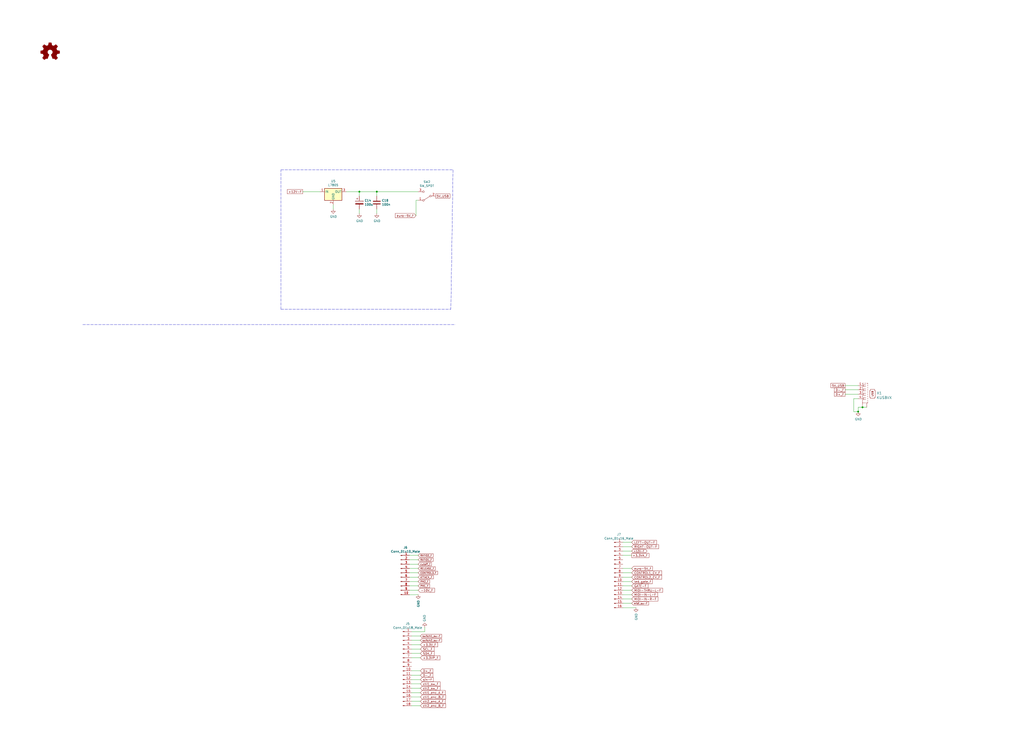
<source format=kicad_sch>
(kicad_sch (version 20211123) (generator eeschema)
  (paper "User" 597.103 436.067)
  (lib_symbols
    (symbol "Connector:Conn_01x10_Male" (pin_names (offset 1.016) hide)
      (property "Reference" "J" (at 0 12.7 0))
      (property "Value" "Conn_01x10_Male" (at 0 -15.24 0))
      (symbol "Conn_01x10_Male_1_1"
        (polyline (pts (xy 1.27 -12.7) (xy 0.8636 -12.7)) (stroke (width 0.1524)))
        (polyline (pts (xy 1.27 -10.16) (xy 0.8636 -10.16)) (stroke (width 0.1524)))
        (polyline (pts (xy 1.27 -7.62) (xy 0.8636 -7.62)) (stroke (width 0.1524)))
        (polyline (pts (xy 1.27 -5.08) (xy 0.8636 -5.08)) (stroke (width 0.1524)))
        (polyline (pts (xy 1.27 -2.54) (xy 0.8636 -2.54)) (stroke (width 0.1524)))
        (polyline (pts (xy 1.27 0) (xy 0.8636 0)) (stroke (width 0.1524)))
        (polyline (pts (xy 1.27 2.54) (xy 0.8636 2.54)) (stroke (width 0.1524)))
        (polyline (pts (xy 1.27 5.08) (xy 0.8636 5.08)) (stroke (width 0.1524)))
        (polyline (pts (xy 1.27 7.62) (xy 0.8636 7.62)) (stroke (width 0.1524)))
        (polyline (pts (xy 1.27 10.16) (xy 0.8636 10.16)) (stroke (width 0.1524)))
        (rectangle (start 0.8636 -12.573) (end 0 -12.827) (stroke (width 0.1524)) (fill (type outline)))
        (rectangle (start 0.8636 -10.033) (end 0 -10.287) (stroke (width 0.1524)) (fill (type outline)))
        (rectangle (start 0.8636 -7.493) (end 0 -7.747) (stroke (width 0.1524)) (fill (type outline)))
        (rectangle (start 0.8636 -4.953) (end 0 -5.207) (stroke (width 0.1524)) (fill (type outline)))
        (rectangle (start 0.8636 -2.413) (end 0 -2.667) (stroke (width 0.1524)) (fill (type outline)))
        (rectangle (start 0.8636 0.127) (end 0 -0.127) (stroke (width 0.1524)) (fill (type outline)))
        (rectangle (start 0.8636 2.667) (end 0 2.413) (stroke (width 0.1524)) (fill (type outline)))
        (rectangle (start 0.8636 5.207) (end 0 4.953) (stroke (width 0.1524)) (fill (type outline)))
        (rectangle (start 0.8636 7.747) (end 0 7.493) (stroke (width 0.1524)) (fill (type outline)))
        (rectangle (start 0.8636 10.287) (end 0 10.033) (stroke (width 0.1524)) (fill (type outline)))
        (pin passive line (at 5.08 10.16 180) (length 3.81) (name "Pin_1") (number "1"))
        (pin passive line (at 5.08 -12.7 180) (length 3.81) (name "Pin_10") (number "10"))
        (pin passive line (at 5.08 7.62 180) (length 3.81) (name "Pin_2") (number "2"))
        (pin passive line (at 5.08 5.08 180) (length 3.81) (name "Pin_3") (number "3"))
        (pin passive line (at 5.08 2.54 180) (length 3.81) (name "Pin_4") (number "4"))
        (pin passive line (at 5.08 0 180) (length 3.81) (name "Pin_5") (number "5"))
        (pin passive line (at 5.08 -2.54 180) (length 3.81) (name "Pin_6") (number "6"))
        (pin passive line (at 5.08 -5.08 180) (length 3.81) (name "Pin_7") (number "7"))
        (pin passive line (at 5.08 -7.62 180) (length 3.81) (name "Pin_8") (number "8"))
        (pin passive line (at 5.08 -10.16 180) (length 3.81) (name "Pin_9") (number "9"))
      )
    )
    (symbol "Connector:Conn_01x16_Male" (pin_names (offset 1.016) hide)
      (property "Reference" "J" (at 0 20.32 0))
      (property "Value" "Conn_01x16_Male" (at 0 -22.86 0))
      (symbol "Conn_01x16_Male_1_1"
        (polyline (pts (xy 1.27 -20.32) (xy 0.8636 -20.32)) (stroke (width 0.1524)))
        (polyline (pts (xy 1.27 -17.78) (xy 0.8636 -17.78)) (stroke (width 0.1524)))
        (polyline (pts (xy 1.27 -15.24) (xy 0.8636 -15.24)) (stroke (width 0.1524)))
        (polyline (pts (xy 1.27 -12.7) (xy 0.8636 -12.7)) (stroke (width 0.1524)))
        (polyline (pts (xy 1.27 -10.16) (xy 0.8636 -10.16)) (stroke (width 0.1524)))
        (polyline (pts (xy 1.27 -7.62) (xy 0.8636 -7.62)) (stroke (width 0.1524)))
        (polyline (pts (xy 1.27 -5.08) (xy 0.8636 -5.08)) (stroke (width 0.1524)))
        (polyline (pts (xy 1.27 -2.54) (xy 0.8636 -2.54)) (stroke (width 0.1524)))
        (polyline (pts (xy 1.27 0) (xy 0.8636 0)) (stroke (width 0.1524)))
        (polyline (pts (xy 1.27 2.54) (xy 0.8636 2.54)) (stroke (width 0.1524)))
        (polyline (pts (xy 1.27 5.08) (xy 0.8636 5.08)) (stroke (width 0.1524)))
        (polyline (pts (xy 1.27 7.62) (xy 0.8636 7.62)) (stroke (width 0.1524)))
        (polyline (pts (xy 1.27 10.16) (xy 0.8636 10.16)) (stroke (width 0.1524)))
        (polyline (pts (xy 1.27 12.7) (xy 0.8636 12.7)) (stroke (width 0.1524)))
        (polyline (pts (xy 1.27 15.24) (xy 0.8636 15.24)) (stroke (width 0.1524)))
        (polyline (pts (xy 1.27 17.78) (xy 0.8636 17.78)) (stroke (width 0.1524)))
        (rectangle (start 0.8636 -20.193) (end 0 -20.447) (stroke (width 0.1524)) (fill (type outline)))
        (rectangle (start 0.8636 -17.653) (end 0 -17.907) (stroke (width 0.1524)) (fill (type outline)))
        (rectangle (start 0.8636 -15.113) (end 0 -15.367) (stroke (width 0.1524)) (fill (type outline)))
        (rectangle (start 0.8636 -12.573) (end 0 -12.827) (stroke (width 0.1524)) (fill (type outline)))
        (rectangle (start 0.8636 -10.033) (end 0 -10.287) (stroke (width 0.1524)) (fill (type outline)))
        (rectangle (start 0.8636 -7.493) (end 0 -7.747) (stroke (width 0.1524)) (fill (type outline)))
        (rectangle (start 0.8636 -4.953) (end 0 -5.207) (stroke (width 0.1524)) (fill (type outline)))
        (rectangle (start 0.8636 -2.413) (end 0 -2.667) (stroke (width 0.1524)) (fill (type outline)))
        (rectangle (start 0.8636 0.127) (end 0 -0.127) (stroke (width 0.1524)) (fill (type outline)))
        (rectangle (start 0.8636 2.667) (end 0 2.413) (stroke (width 0.1524)) (fill (type outline)))
        (rectangle (start 0.8636 5.207) (end 0 4.953) (stroke (width 0.1524)) (fill (type outline)))
        (rectangle (start 0.8636 7.747) (end 0 7.493) (stroke (width 0.1524)) (fill (type outline)))
        (rectangle (start 0.8636 10.287) (end 0 10.033) (stroke (width 0.1524)) (fill (type outline)))
        (rectangle (start 0.8636 12.827) (end 0 12.573) (stroke (width 0.1524)) (fill (type outline)))
        (rectangle (start 0.8636 15.367) (end 0 15.113) (stroke (width 0.1524)) (fill (type outline)))
        (rectangle (start 0.8636 17.907) (end 0 17.653) (stroke (width 0.1524)) (fill (type outline)))
        (pin passive line (at 5.08 17.78 180) (length 3.81) (name "Pin_1") (number "1"))
        (pin passive line (at 5.08 -5.08 180) (length 3.81) (name "Pin_10") (number "10"))
        (pin passive line (at 5.08 -7.62 180) (length 3.81) (name "Pin_11") (number "11"))
        (pin passive line (at 5.08 -10.16 180) (length 3.81) (name "Pin_12") (number "12"))
        (pin passive line (at 5.08 -12.7 180) (length 3.81) (name "Pin_13") (number "13"))
        (pin passive line (at 5.08 -15.24 180) (length 3.81) (name "Pin_14") (number "14"))
        (pin passive line (at 5.08 -17.78 180) (length 3.81) (name "Pin_15") (number "15"))
        (pin passive line (at 5.08 -20.32 180) (length 3.81) (name "Pin_16") (number "16"))
        (pin passive line (at 5.08 15.24 180) (length 3.81) (name "Pin_2") (number "2"))
        (pin passive line (at 5.08 12.7 180) (length 3.81) (name "Pin_3") (number "3"))
        (pin passive line (at 5.08 10.16 180) (length 3.81) (name "Pin_4") (number "4"))
        (pin passive line (at 5.08 7.62 180) (length 3.81) (name "Pin_5") (number "5"))
        (pin passive line (at 5.08 5.08 180) (length 3.81) (name "Pin_6") (number "6"))
        (pin passive line (at 5.08 2.54 180) (length 3.81) (name "Pin_7") (number "7"))
        (pin passive line (at 5.08 0 180) (length 3.81) (name "Pin_8") (number "8"))
        (pin passive line (at 5.08 -2.54 180) (length 3.81) (name "Pin_9") (number "9"))
      )
    )
    (symbol "Connector:Conn_01x18_Male" (pin_names (offset 1.016) hide)
      (property "Reference" "J" (at 0 22.86 0))
      (property "Value" "Conn_01x18_Male" (at 0 -25.4 0))
      (symbol "Conn_01x18_Male_1_1"
        (polyline (pts (xy 1.27 -22.86) (xy 0.8636 -22.86)) (stroke (width 0.1524)))
        (polyline (pts (xy 1.27 -20.32) (xy 0.8636 -20.32)) (stroke (width 0.1524)))
        (polyline (pts (xy 1.27 -17.78) (xy 0.8636 -17.78)) (stroke (width 0.1524)))
        (polyline (pts (xy 1.27 -15.24) (xy 0.8636 -15.24)) (stroke (width 0.1524)))
        (polyline (pts (xy 1.27 -12.7) (xy 0.8636 -12.7)) (stroke (width 0.1524)))
        (polyline (pts (xy 1.27 -10.16) (xy 0.8636 -10.16)) (stroke (width 0.1524)))
        (polyline (pts (xy 1.27 -7.62) (xy 0.8636 -7.62)) (stroke (width 0.1524)))
        (polyline (pts (xy 1.27 -5.08) (xy 0.8636 -5.08)) (stroke (width 0.1524)))
        (polyline (pts (xy 1.27 -2.54) (xy 0.8636 -2.54)) (stroke (width 0.1524)))
        (polyline (pts (xy 1.27 0) (xy 0.8636 0)) (stroke (width 0.1524)))
        (polyline (pts (xy 1.27 2.54) (xy 0.8636 2.54)) (stroke (width 0.1524)))
        (polyline (pts (xy 1.27 5.08) (xy 0.8636 5.08)) (stroke (width 0.1524)))
        (polyline (pts (xy 1.27 7.62) (xy 0.8636 7.62)) (stroke (width 0.1524)))
        (polyline (pts (xy 1.27 10.16) (xy 0.8636 10.16)) (stroke (width 0.1524)))
        (polyline (pts (xy 1.27 12.7) (xy 0.8636 12.7)) (stroke (width 0.1524)))
        (polyline (pts (xy 1.27 15.24) (xy 0.8636 15.24)) (stroke (width 0.1524)))
        (polyline (pts (xy 1.27 17.78) (xy 0.8636 17.78)) (stroke (width 0.1524)))
        (polyline (pts (xy 1.27 20.32) (xy 0.8636 20.32)) (stroke (width 0.1524)))
        (rectangle (start 0.8636 -22.733) (end 0 -22.987) (stroke (width 0.1524)) (fill (type outline)))
        (rectangle (start 0.8636 -20.193) (end 0 -20.447) (stroke (width 0.1524)) (fill (type outline)))
        (rectangle (start 0.8636 -17.653) (end 0 -17.907) (stroke (width 0.1524)) (fill (type outline)))
        (rectangle (start 0.8636 -15.113) (end 0 -15.367) (stroke (width 0.1524)) (fill (type outline)))
        (rectangle (start 0.8636 -12.573) (end 0 -12.827) (stroke (width 0.1524)) (fill (type outline)))
        (rectangle (start 0.8636 -10.033) (end 0 -10.287) (stroke (width 0.1524)) (fill (type outline)))
        (rectangle (start 0.8636 -7.493) (end 0 -7.747) (stroke (width 0.1524)) (fill (type outline)))
        (rectangle (start 0.8636 -4.953) (end 0 -5.207) (stroke (width 0.1524)) (fill (type outline)))
        (rectangle (start 0.8636 -2.413) (end 0 -2.667) (stroke (width 0.1524)) (fill (type outline)))
        (rectangle (start 0.8636 0.127) (end 0 -0.127) (stroke (width 0.1524)) (fill (type outline)))
        (rectangle (start 0.8636 2.667) (end 0 2.413) (stroke (width 0.1524)) (fill (type outline)))
        (rectangle (start 0.8636 5.207) (end 0 4.953) (stroke (width 0.1524)) (fill (type outline)))
        (rectangle (start 0.8636 7.747) (end 0 7.493) (stroke (width 0.1524)) (fill (type outline)))
        (rectangle (start 0.8636 10.287) (end 0 10.033) (stroke (width 0.1524)) (fill (type outline)))
        (rectangle (start 0.8636 12.827) (end 0 12.573) (stroke (width 0.1524)) (fill (type outline)))
        (rectangle (start 0.8636 15.367) (end 0 15.113) (stroke (width 0.1524)) (fill (type outline)))
        (rectangle (start 0.8636 17.907) (end 0 17.653) (stroke (width 0.1524)) (fill (type outline)))
        (rectangle (start 0.8636 20.447) (end 0 20.193) (stroke (width 0.1524)) (fill (type outline)))
        (pin passive line (at 5.08 20.32 180) (length 3.81) (name "Pin_1") (number "1"))
        (pin passive line (at 5.08 -2.54 180) (length 3.81) (name "Pin_10") (number "10"))
        (pin passive line (at 5.08 -5.08 180) (length 3.81) (name "Pin_11") (number "11"))
        (pin passive line (at 5.08 -7.62 180) (length 3.81) (name "Pin_12") (number "12"))
        (pin passive line (at 5.08 -10.16 180) (length 3.81) (name "Pin_13") (number "13"))
        (pin passive line (at 5.08 -12.7 180) (length 3.81) (name "Pin_14") (number "14"))
        (pin passive line (at 5.08 -15.24 180) (length 3.81) (name "Pin_15") (number "15"))
        (pin passive line (at 5.08 -17.78 180) (length 3.81) (name "Pin_16") (number "16"))
        (pin passive line (at 5.08 -20.32 180) (length 3.81) (name "Pin_17") (number "17"))
        (pin passive line (at 5.08 -22.86 180) (length 3.81) (name "Pin_18") (number "18"))
        (pin passive line (at 5.08 17.78 180) (length 3.81) (name "Pin_2") (number "2"))
        (pin passive line (at 5.08 15.24 180) (length 3.81) (name "Pin_3") (number "3"))
        (pin passive line (at 5.08 12.7 180) (length 3.81) (name "Pin_4") (number "4"))
        (pin passive line (at 5.08 10.16 180) (length 3.81) (name "Pin_5") (number "5"))
        (pin passive line (at 5.08 7.62 180) (length 3.81) (name "Pin_6") (number "6"))
        (pin passive line (at 5.08 5.08 180) (length 3.81) (name "Pin_7") (number "7"))
        (pin passive line (at 5.08 2.54 180) (length 3.81) (name "Pin_8") (number "8"))
        (pin passive line (at 5.08 0 180) (length 3.81) (name "Pin_9") (number "9"))
      )
    )
    (symbol "Device:C" (pin_numbers hide) (pin_names (offset 0.254))
      (property "Reference" "C" (at 0.635 2.54 0))
      (property "Value" "C" (at 0.635 -2.54 0))
      (symbol "C_0_1"
        (polyline (pts (xy -2.032 -0.762) (xy 2.032 -0.762)) (stroke (width 0.508)))
        (polyline (pts (xy -2.032 0.762) (xy 2.032 0.762)) (stroke (width 0.508)))
      )
      (symbol "C_1_1"
        (pin passive line (at 0 3.81 270) (length 2.794) (name "~") (number "1"))
        (pin passive line (at 0 -3.81 90) (length 2.794) (name "~") (number "2"))
      )
    )
    (symbol "Device:CP" (pin_numbers hide) (pin_names (offset 0.254))
      (property "Reference" "C" (at 0.635 2.54 0))
      (property "Value" "Device_CP" (at 0.635 -2.54 0))
      (symbol "CP_0_1"
        (rectangle (start -2.286 0.508) (end 2.286 1.016))
        (polyline (pts (xy -1.778 2.286) (xy -0.762 2.286)))
        (polyline (pts (xy -1.27 2.794) (xy -1.27 1.778)))
        (rectangle (start 2.286 -0.508) (end -2.286 -1.016) (fill (type outline)))
      )
      (symbol "CP_1_1"
        (pin passive line (at 0 3.81 270) (length 2.794) (name "~") (number "1"))
        (pin passive line (at 0 -3.81 90) (length 2.794) (name "~") (number "2"))
      )
    )
    (symbol "Graphic:Logo_Open_Hardware_Small" (pin_names (offset 1.016))
      (symbol "Logo_Open_Hardware_Small_0_1"
        (polyline (pts (xy 3.3528 -4.3434) (xy 3.302 -4.318) (xy 3.175 -4.2418) (xy 2.9972 -4.1148) (xy 2.7686 -3.9624) (xy 2.54 -3.81) (xy 2.3622 -3.7084) (xy 2.2352 -3.6068) (xy 2.1844 -3.5814) (xy 2.159 -3.6068) (xy 2.0574 -3.6576) (xy 1.905 -3.7338) (xy 1.8034 -3.7846) (xy 1.6764 -3.8354) (xy 1.6002 -3.8354) (xy 1.6002 -3.8354) (xy 1.5494 -3.7338) (xy 1.4732 -3.5306) (xy 1.3462 -3.302) (xy 1.2446 -3.0226) (xy 1.1176 -2.7178) (xy 0.9652 -2.413) (xy 0.8636 -2.1082) (xy 0.7366 -1.8288) (xy 0.6604 -1.6256) (xy 0.6096 -1.4732) (xy 0.5842 -1.397) (xy 0.5842 -1.397) (xy 0.6604 -1.3208) (xy 0.7874 -1.2446) (xy 1.0414 -1.016) (xy 1.2954 -0.6858) (xy 1.4478 -0.3302) (xy 1.524 0.0762) (xy 1.4732 0.4572) (xy 1.3208 0.8128) (xy 1.0668 1.143) (xy 0.762 1.3716) (xy 0.4064 1.524) (xy 0 1.5748) (xy -0.381 1.5494) (xy -0.7366 1.397) (xy -1.0668 1.143) (xy -1.2192 0.9906) (xy -1.397 0.6604) (xy -1.524 0.3048) (xy -1.524 0.2286) (xy -1.4986 -0.1778) (xy -1.397 -0.5334) (xy -1.1938 -0.8636) (xy -0.9144 -1.143) (xy -0.8636 -1.1684) (xy -0.7366 -1.27) (xy -0.635 -1.3462) (xy -0.5842 -1.397) (xy -1.0668 -2.5908) (xy -1.143 -2.794) (xy -1.2954 -3.1242) (xy -1.397 -3.4036) (xy -1.4986 -3.6322) (xy -1.5748 -3.7846) (xy -1.6002 -3.8354) (xy -1.6002 -3.8354) (xy -1.651 -3.8354) (xy -1.7272 -3.81) (xy -1.905 -3.7338) (xy -2.0066 -3.683) (xy -2.1336 -3.6068) (xy -2.2098 -3.5814) (xy -2.2606 -3.6068) (xy -2.3622 -3.683) (xy -2.54 -3.81) (xy -2.7686 -3.9624) (xy -2.9718 -4.0894) (xy -3.1496 -4.2164) (xy -3.302 -4.318) (xy -3.3528 -4.3434) (xy -3.3782 -4.3434) (xy -3.429 -4.318) (xy -3.5306 -4.2164) (xy -3.7084 -4.064) (xy -3.937 -3.8354) (xy -3.9624 -3.81) (xy -4.1656 -3.6068) (xy -4.318 -3.4544) (xy -4.4196 -3.3274) (xy -4.445 -3.2766) (xy -4.445 -3.2766) (xy -4.4196 -3.2258) (xy -4.318 -3.0734) (xy -4.2164 -2.8956) (xy -4.064 -2.667) (xy -3.6576 -2.0828) (xy -3.8862 -1.5494) (xy -3.937 -1.3716) (xy -4.0386 -1.1684) (xy -4.0894 -1.0414) (xy -4.1148 -0.9652) (xy -4.191 -0.9398) (xy -4.318 -0.9144) (xy -4.5466 -0.8636) (xy -4.8006 -0.8128) (xy -5.0546 -0.7874) (xy -5.2578 -0.7366) (xy -5.4356 -0.7112) (xy -5.5118 -0.6858) (xy -5.5118 -0.6858) (xy -5.5372 -0.635) (xy -5.5372 -0.5588) (xy -5.5372 -0.4318) (xy -5.5626 -0.2286) (xy -5.5626 0.0762) (xy -5.5626 0.127) (xy -5.5372 0.4064) (xy -5.5372 0.635) (xy -5.5372 0.762) (xy -5.5372 0.8382) (xy -5.5372 0.8382) (xy -5.461 0.8382) (xy -5.3086 0.889) (xy -5.08 0.9144) (xy -4.826 0.9652) (xy -4.8006 0.9906) (xy -4.5466 1.0414) (xy -4.318 1.0668) (xy -4.1656 1.1176) (xy -4.0894 1.143) (xy -4.0894 1.143) (xy -4.0386 1.2446) (xy -3.9624 1.4224) (xy -3.8608 1.6256) (xy -3.7846 1.8288) (xy -3.7084 2.0066) (xy -3.6576 2.159) (xy -3.6322 2.2098) (xy -3.6322 2.2098) (xy -3.683 2.286) (xy -3.7592 2.413) (xy -3.8862 2.5908) (xy -4.064 2.8194) (xy -4.064 2.8448) (xy -4.2164 3.0734) (xy -4.3434 3.2512) (xy -4.4196 3.3782) (xy -4.445 3.4544) (xy -4.445 3.4544) (xy -4.3942 3.5052) (xy -4.2926 3.6322) (xy -4.1148 3.81) (xy -3.937 4.0132) (xy -3.8608 4.064) (xy -3.6576 4.2926) (xy -3.5052 4.4196) (xy -3.4036 4.4958) (xy -3.3528 4.5212) (xy -3.3528 4.5212) (xy -3.302 4.4704) (xy -3.1496 4.3688) (xy -2.9718 4.2418) (xy -2.7432 4.0894) (xy -2.7178 4.0894) (xy -2.4892 3.937) (xy -2.3114 3.81) (xy -2.1844 3.7084) (xy -2.1336 3.683) (xy -2.1082 3.683) (xy -2.032 3.7084) (xy -1.8542 3.7592) (xy -1.6764 3.8354) (xy -1.4732 3.937) (xy -1.27 4.0132) (xy -1.143 4.064) (xy -1.0668 4.1148) (xy -1.0668 4.1148) (xy -1.0414 4.191) (xy -1.016 4.3434) (xy -0.9652 4.572) (xy -0.9144 4.8514) (xy -0.889 4.9022) (xy -0.8382 5.1562) (xy -0.8128 5.3848) (xy -0.7874 5.5372) (xy -0.762 5.588) (xy -0.7112 5.6134) (xy -0.5842 5.6134) (xy -0.4064 5.6134) (xy -0.1524 5.6134) (xy 0.0762 5.6134) (xy 0.3302 5.6134) (xy 0.5334 5.6134) (xy 0.6858 5.588) (xy 0.7366 5.588) (xy 0.7366 5.588) (xy 0.762 5.5118) (xy 0.8128 5.334) (xy 0.8382 5.1054) (xy 0.9144 4.826) (xy 0.9144 4.7752) (xy 0.9652 4.5212) (xy 1.016 4.2926) (xy 1.0414 4.1402) (xy 1.0668 4.0894) (xy 1.0668 4.0894) (xy 1.1938 4.0386) (xy 1.3716 3.9624) (xy 1.5748 3.8608) (xy 2.0828 3.6576) (xy 2.7178 4.0894) (xy 2.7686 4.1402) (xy 2.9972 4.2926) (xy 3.175 4.4196) (xy 3.302 4.4958) (xy 3.3782 4.5212) (xy 3.3782 4.5212) (xy 3.429 4.4704) (xy 3.556 4.3434) (xy 3.7338 4.191) (xy 3.9116 3.9878) (xy 4.064 3.8354) (xy 4.2418 3.6576) (xy 4.3434 3.556) (xy 4.4196 3.4798) (xy 4.4196 3.429) (xy 4.4196 3.4036) (xy 4.3942 3.3274) (xy 4.2926 3.2004) (xy 4.1656 2.9972) (xy 4.0132 2.794) (xy 3.8862 2.5908) (xy 3.7592 2.3876) (xy 3.6576 2.2352) (xy 3.6322 2.159) (xy 3.6322 2.1336) (xy 3.683 2.0066) (xy 3.7592 1.8288) (xy 3.8608 1.6002) (xy 4.064 1.1176) (xy 4.3942 1.0414) (xy 4.5974 1.016) (xy 4.8768 0.9652) (xy 5.1308 0.9144) (xy 5.5372 0.8382) (xy 5.5626 -0.6604) (xy 5.4864 -0.6858) (xy 5.4356 -0.6858) (xy 5.2832 -0.7366) (xy 5.0546 -0.762) (xy 4.8006 -0.8128) (xy 4.5974 -0.8636) (xy 4.3688 -0.9144) (xy 4.2164 -0.9398) (xy 4.1402 -0.9398) (xy 4.1148 -0.9652) (xy 4.064 -1.0668) (xy 3.9878 -1.2446) (xy 3.9116 -1.4478) (xy 3.81 -1.651) (xy 3.7338 -1.8542) (xy 3.683 -2.0066) (xy 3.6576 -2.0828) (xy 3.683 -2.1336) (xy 3.7846 -2.2606) (xy 3.8862 -2.4638) (xy 4.0386 -2.667) (xy 4.191 -2.8956) (xy 4.318 -3.0734) (xy 4.3942 -3.2004) (xy 4.445 -3.2766) (xy 4.4196 -3.3274) (xy 4.3434 -3.429) (xy 4.1656 -3.5814) (xy 3.937 -3.8354) (xy 3.8862 -3.8608) (xy 3.683 -4.064) (xy 3.5306 -4.2164) (xy 3.4036 -4.318) (xy 3.3528 -4.3434)) (fill (type outline)))
      )
    )
    (symbol "Regulator_Linear:L7805" (pin_names (offset 0.254))
      (property "Reference" "U" (at -3.81 3.175 0))
      (property "Value" "L7805" (at 0 3.175 0))
      (symbol "L7805_0_1"
        (rectangle (start -5.08 1.905) (end 5.08 -5.08) (stroke (width 0.254)) (fill (type background)))
      )
      (symbol "L7805_1_1"
        (pin power_in line (at -7.62 0 0) (length 2.54) (name "IN") (number "1"))
        (pin power_in line (at 0 -7.62 90) (length 2.54) (name "GND") (number "2"))
        (pin power_out line (at 7.62 0 180) (length 2.54) (name "OUT") (number "3"))
      )
    )
    (symbol "Switch:SW_SPDT" (pin_names (offset 0) hide)
      (property "Reference" "SW" (at 0 4.318 0))
      (property "Value" "SW_SPDT" (at 0 -5.08 0))
      (symbol "SW_SPDT_0_0"
        (circle (center -2.032 0) (radius 0.508))
        (circle (center 2.032 -2.54) (radius 0.508))
      )
      (symbol "SW_SPDT_0_1"
        (polyline (pts (xy -1.524 0.254) (xy 1.651 2.286)))
        (circle (center 2.032 2.54) (radius 0.508))
      )
      (symbol "SW_SPDT_1_1"
        (pin passive line (at 5.08 2.54 180) (length 2.54) (name "A") (number "1"))
        (pin passive line (at -5.08 0 0) (length 2.54) (name "B") (number "2"))
        (pin passive line (at 5.08 -2.54 180) (length 2.54) (name "C") (number "3"))
      )
    )
    (symbol "VesturSynthesis:KUSBVX" (pin_names (offset 1.016))
      (property "Reference" "X" (at 1.27 5.588 0))
      (property "Value" "VesturSynthesis_KUSBVX" (at 1.27 -5.842 0))
      (symbol "KUSBVX_1_0"
        (polyline (pts (xy -2.54 -5.08) (xy -1.905 -5.08)))
        (polyline (pts (xy -2.54 -3.048) (xy -2.54 -5.08)))
        (polyline (pts (xy -2.54 -2.54) (xy -2.159 -2.54)))
        (polyline (pts (xy -2.54 -0.508) (xy -2.54 -2.032)))
        (polyline (pts (xy -2.54 0) (xy -2.159 0)))
        (polyline (pts (xy -2.54 2.032) (xy -2.54 0.508)))
        (polyline (pts (xy -2.54 2.54) (xy -2.159 2.54)))
        (polyline (pts (xy -2.54 4.572) (xy -2.54 3.048)))
        (polyline (pts (xy -2.54 5.08) (xy -2.159 5.08)))
        (polyline (pts (xy -2.54 6.35) (xy -2.54 5.588)))
        (polyline (pts (xy -2.159 -3.048) (xy -0.635 -3.048)))
        (polyline (pts (xy -2.159 -2.54) (xy -2.159 -3.048)))
        (polyline (pts (xy -2.159 -2.032) (xy -2.159 -2.54)))
        (polyline (pts (xy -2.159 -0.508) (xy -0.635 -0.508)))
        (polyline (pts (xy -2.159 0) (xy -2.159 -0.508)))
        (polyline (pts (xy -2.159 0.508) (xy -2.159 0)))
        (polyline (pts (xy -2.159 2.032) (xy -0.635 2.032)))
        (polyline (pts (xy -2.159 2.54) (xy -2.159 2.032)))
        (polyline (pts (xy -2.159 3.048) (xy -2.159 2.54)))
        (polyline (pts (xy -2.159 4.572) (xy -0.635 4.572)))
        (polyline (pts (xy -2.159 5.08) (xy -2.159 4.572)))
        (polyline (pts (xy -2.159 5.588) (xy -2.159 5.08)))
        (polyline (pts (xy -1.905 6.35) (xy -2.54 6.35)))
        (polyline (pts (xy -1.524 -5.08) (xy -0.762 -5.08)))
        (polyline (pts (xy -0.635 -2.032) (xy -2.159 -2.032)))
        (polyline (pts (xy -0.635 0.508) (xy -2.159 0.508)))
        (polyline (pts (xy -0.635 3.048) (xy -2.159 3.048)))
        (polyline (pts (xy -0.635 5.588) (xy -2.159 5.588)))
        (polyline (pts (xy -0.635 6.35) (xy -1.27 6.35)))
        (polyline (pts (xy -0.254 -5.08) (xy 0.508 -5.08)))
        (polyline (pts (xy 0.508 -5.08) (xy 0.508 -4.572)))
        (polyline (pts (xy 0.508 -4.064) (xy 0.508 -3.556)))
        (polyline (pts (xy 0.508 -2.794) (xy 0.508 -2.286)))
        (polyline (pts (xy 0.508 -1.524) (xy 0.508 -1.016)))
        (polyline (pts (xy 0.508 -0.254) (xy 0.508 0.254)))
        (polyline (pts (xy 0.508 1.016) (xy 0.508 1.524)))
        (polyline (pts (xy 0.508 2.286) (xy 0.508 2.794)))
        (polyline (pts (xy 0.508 3.556) (xy 0.508 4.064)))
        (polyline (pts (xy 0.508 4.826) (xy 0.508 5.334)))
        (polyline (pts (xy 0.508 5.842) (xy 0.508 6.35)))
        (polyline (pts (xy 0.508 6.35) (xy 0 6.35)))
        (polyline (pts (xy 1.651 -1.778) (xy 2.032 -1.778)))
        (polyline (pts (xy 1.651 2.032) (xy 1.651 -1.778)))
        (polyline (pts (xy 2.032 -2.413) (xy 4.572 -2.413)))
        (polyline (pts (xy 2.032 -1.778) (xy 2.032 -2.413)))
        (polyline (pts (xy 2.032 2.032) (xy 1.651 2.032)))
        (polyline (pts (xy 2.032 2.794) (xy 2.032 2.032)))
        (polyline (pts (xy 4.572 -2.413) (xy 4.572 -1.778)))
        (polyline (pts (xy 4.572 -1.778) (xy 4.953 -1.778)))
        (polyline (pts (xy 4.572 2.032) (xy 4.572 2.794)))
        (polyline (pts (xy 4.572 2.794) (xy 2.032 2.794)))
        (polyline (pts (xy 4.953 -1.778) (xy 4.953 2.032)))
        (polyline (pts (xy 4.953 2.032) (xy 4.572 2.032)))
        (text "USB" (at 3.937 -1.397 900) (effects (font (size 1.0668 1.0668)) (justify left bottom)))
        (pin passive line (at -5.08 5.08 0) (length 2.54) (name "1") (number "1"))
        (pin passive line (at -5.08 2.54 0) (length 2.54) (name "2") (number "2"))
        (pin passive line (at -5.08 0 0) (length 2.54) (name "3") (number "3"))
        (pin passive line (at -5.08 -2.54 0) (length 2.54) (name "4") (number "4"))
        (pin passive line (at -2.54 -7.62 90) (length 2.54) (name "S1") (number "M1"))
        (pin passive line (at 0 -7.62 90) (length 2.54) (name "S2") (number "M2"))
      )
    )
    (symbol "power:GND" (power) (pin_names (offset 0))
      (property "Value" "GND" (at 0 -3.81 0))
      (symbol "GND_0_1"
        (polyline (pts (xy 0 0) (xy 0 -1.27) (xy 1.27 -1.27) (xy 0 -2.54) (xy -1.27 -1.27) (xy 0 -1.27)))
      )
      (symbol "GND_1_1"
        (pin power_in line (at 0 0 270) (length 0) hide (name "GND") (number "1"))
      )
    )
  )
  (junction (at 502.92 237.49))
  (junction (at 219.71 111.76))
  (junction (at 500.38 240.03))
  (junction (at 209.55 111.76))
  (wire (pts (xy 363.22 354.33) (xy 370.84 354.33)))
  (wire (pts (xy 194.31 121.92) (xy 194.31 119.38)))
  (wire (pts (xy 240.03 398.78) (xy 245.11 398.78)))
  (polyline (pts (xy 264.16 99.06) (xy 262.89 180.34)))
  (wire (pts (xy 242.57 116.84) (xy 242.57 125.73)))
  (wire (pts (xy 363.22 349.25) (xy 368.3 349.25)))
  (wire (pts (xy 238.76 331.47) (xy 243.84 331.47)))
  (wire (pts (xy 240.03 401.32) (xy 245.11 401.32)))
  (wire (pts (xy 500.38 232.41) (xy 497.84 232.41)))
  (wire (pts (xy 238.76 328.93) (xy 243.84 328.93)))
  (wire (pts (xy 363.22 341.63) (xy 368.3 341.63)))
  (wire (pts (xy 240.03 393.7) (xy 245.11 393.7)))
  (wire (pts (xy 238.76 334.01) (xy 243.84 334.01)))
  (wire (pts (xy 219.71 121.92) (xy 219.71 124.46)))
  (wire (pts (xy 240.03 370.84) (xy 245.11 370.84)))
  (wire (pts (xy 238.76 341.63) (xy 243.84 341.63)))
  (wire (pts (xy 247.65 368.3) (xy 247.65 365.76)))
  (wire (pts (xy 209.55 114.3) (xy 209.55 111.76)))
  (wire (pts (xy 363.22 334.01) (xy 368.3 334.01)))
  (wire (pts (xy 363.22 316.23) (xy 368.3 316.23)))
  (wire (pts (xy 240.03 381) (xy 245.11 381)))
  (wire (pts (xy 240.03 373.38) (xy 245.11 373.38)))
  (wire (pts (xy 363.22 323.85) (xy 368.3 323.85)))
  (wire (pts (xy 243.84 116.84) (xy 242.57 116.84)))
  (wire (pts (xy 238.76 326.39) (xy 243.84 326.39)))
  (wire (pts (xy 240.03 391.16) (xy 245.11 391.16)))
  (wire (pts (xy 363.22 351.79) (xy 368.3 351.79)))
  (wire (pts (xy 500.38 224.79) (xy 492.76 224.79)))
  (wire (pts (xy 219.71 111.76) (xy 243.84 111.76)))
  (wire (pts (xy 209.55 111.76) (xy 219.71 111.76)))
  (wire (pts (xy 240.03 368.3) (xy 247.65 368.3)))
  (wire (pts (xy 497.84 240.03) (xy 500.38 240.03)))
  (wire (pts (xy 176.53 111.76) (xy 186.69 111.76)))
  (polyline (pts (xy 163.83 180.34) (xy 262.89 180.34)))
  (wire (pts (xy 238.76 346.71) (xy 243.84 346.71)))
  (wire (pts (xy 240.03 383.54) (xy 245.11 383.54)))
  (wire (pts (xy 209.55 121.92) (xy 209.55 124.46)))
  (wire (pts (xy 363.22 321.31) (xy 368.3 321.31)))
  (wire (pts (xy 500.38 237.49) (xy 500.38 240.03)))
  (wire (pts (xy 363.22 318.77) (xy 368.3 318.77)))
  (wire (pts (xy 238.76 336.55) (xy 243.84 336.55)))
  (wire (pts (xy 363.22 331.47) (xy 368.3 331.47)))
  (wire (pts (xy 240.03 375.92) (xy 245.11 375.92)))
  (wire (pts (xy 502.92 237.49) (xy 505.46 237.49)))
  (wire (pts (xy 238.76 344.17) (xy 243.84 344.17)))
  (wire (pts (xy 500.38 227.33) (xy 492.76 227.33)))
  (wire (pts (xy 245.11 411.48) (xy 240.03 411.48)))
  (wire (pts (xy 500.38 229.87) (xy 492.76 229.87)))
  (polyline (pts (xy 163.83 180.34) (xy 163.83 99.06)))
  (wire (pts (xy 238.76 323.85) (xy 243.84 323.85)))
  (wire (pts (xy 363.22 339.09) (xy 368.3 339.09)))
  (wire (pts (xy 240.03 378.46) (xy 245.11 378.46)))
  (polyline (pts (xy 48.26 189.23) (xy 265.43 189.23)))
  (wire (pts (xy 363.22 344.17) (xy 368.3 344.17)))
  (wire (pts (xy 497.84 232.41) (xy 497.84 240.03)))
  (wire (pts (xy 219.71 114.3) (xy 219.71 111.76)))
  (wire (pts (xy 363.22 336.55) (xy 368.3 336.55)))
  (wire (pts (xy 240.03 396.24) (xy 245.11 396.24)))
  (wire (pts (xy 201.93 111.76) (xy 209.55 111.76)))
  (wire (pts (xy 245.11 408.94) (xy 240.03 408.94)))
  (wire (pts (xy 245.11 403.86) (xy 240.03 403.86)))
  (wire (pts (xy 500.38 237.49) (xy 502.92 237.49)))
  (wire (pts (xy 363.22 346.71) (xy 368.3 346.71)))
  (wire (pts (xy 238.76 339.09) (xy 243.84 339.09)))
  (wire (pts (xy 245.11 406.4) (xy 240.03 406.4)))
  (polyline (pts (xy 163.83 99.06) (xy 264.16 99.06)))
  (global_label "+12V-F" (shape bidirectional) (at 368.3 321.31 0) (effects (font (size 1.016 1.016))) (property "Intersheet References" "${INTERSHEET_REFS}" (effects hide)))
  (global_label "ctl1_enc_A_F" (shape input) (at 245.11 403.86 0) (property "Intersheet References" "${INTERSHEET_REFS}" (effects hide)))
  (global_label "+3.3VP_F" (shape input) (at 245.11 383.54 0) (property "Intersheet References" "${INTERSHEET_REFS}" (effects hide)))
  (global_label "switch1_sw-F" (shape input) (at 245.11 370.84 0) (effects (font (size 1.016 1.016))) (property "Intersheet References" "${INTERSHEET_REFS}" (effects hide)))
  (global_label "SDA_F" (shape input) (at 245.11 381 0) (property "Intersheet References" "${INTERSHEET_REFS}" (effects hide)))
  (global_label "D+_F" (shape passive) (at 492.76 229.87 180) (property "Intersheet References" "${INTERSHEET_REFS}" (effects hide)))
  (global_label "+3.3V_F" (shape input) (at 245.11 375.92 0) (property "Intersheet References" "${INTERSHEET_REFS}" (effects hide)))
  (global_label "5V_USB" (shape passive) (at 254 114.3 0) (property "Intersheet References" "${INTERSHEET_REFS}" (effects hide)))
  (global_label "+12V-F" (shape passive) (at 176.53 111.76 180) (property "Intersheet References" "${INTERSHEET_REFS}" (effects hide)))
  (global_label "CONTROL2_CV_F" (shape input) (at 368.3 336.55 0) (property "Intersheet References" "${INTERSHEET_REFS}" (effects hide)))
  (global_label "ctl2_sw_F" (shape input) (at 245.11 401.32 0) (property "Intersheet References" "${INTERSHEET_REFS}" (effects hide)))
  (global_label "D-_F" (shape passive) (at 492.76 227.33 180) (property "Intersheet References" "${INTERSHEET_REFS}" (effects hide)))
  (global_label "RATIO2_F" (shape input) (at 243.84 323.85 0) (effects (font (size 1.016 1.016))) (property "Intersheet References" "${INTERSHEET_REFS}" (effects hide)))
  (global_label "ctl2_enc_A_F" (shape input) (at 245.11 408.94 0) (property "Intersheet References" "${INTERSHEET_REFS}" (effects hide)))
  (global_label "ATTACK_F" (shape input) (at 243.84 336.55 0) (effects (font (size 1.016 1.016))) (property "Intersheet References" "${INTERSHEET_REFS}" (effects hide)))
  (global_label "ctl1_sw_F" (shape input) (at 245.11 398.78 0) (property "Intersheet References" "${INTERSHEET_REFS}" (effects hide)))
  (global_label "LEFT-OUT-F" (shape input) (at 368.3 316.23 0) (property "Intersheet References" "${INTERSHEET_REFS}" (effects hide)))
  (global_label "5V_USB" (shape passive) (at 492.76 224.79 180) (property "Intersheet References" "${INTERSHEET_REFS}" (effects hide)))
  (global_label "CONTROL1_CV_F" (shape input) (at 368.3 334.01 0) (property "Intersheet References" "${INTERSHEET_REFS}" (effects hide)))
  (global_label "ctl2_enc_B_F" (shape input) (at 245.11 411.48 0) (property "Intersheet References" "${INTERSHEET_REFS}" (effects hide)))
  (global_label "switch2_sw-F" (shape input) (at 245.11 373.38 0) (effects (font (size 1.016 1.016))) (property "Intersheet References" "${INTERSHEET_REFS}" (effects hide)))
  (global_label "sin-f" (shape input) (at 245.11 396.24 0) (property "Intersheet References" "${INTERSHEET_REFS}" (effects hide)))
  (global_label "CONTROL3_F" (shape input) (at 243.84 334.01 0) (effects (font (size 1.016 1.016))) (property "Intersheet References" "${INTERSHEET_REFS}" (effects hide)))
  (global_label "cutoff_f" (shape input) (at 243.84 328.93 0) (effects (font (size 1.016 1.016))) (property "Intersheet References" "${INTERSHEET_REFS}" (effects hide)))
  (global_label "D-_F" (shape input) (at 245.11 393.7 0) (property "Intersheet References" "${INTERSHEET_REFS}" (effects hide)))
  (global_label "MIDI-IN-L-F" (shape input) (at 368.3 346.71 0) (property "Intersheet References" "${INTERSHEET_REFS}" (effects hide)))
  (global_label "GATE-F" (shape input) (at 368.3 341.63 0) (property "Intersheet References" "${INTERSHEET_REFS}" (effects hide)))
  (global_label "-10V_F" (shape input) (at 243.84 344.17 0) (property "Intersheet References" "${INTERSHEET_REFS}" (effects hide)))
  (global_label "RELEASE_F" (shape input) (at 243.84 331.47 0) (effects (font (size 1.016 1.016))) (property "Intersheet References" "${INTERSHEET_REFS}" (effects hide)))
  (global_label "PM2_F" (shape input) (at 243.84 339.09 0) (effects (font (size 1.016 1.016))) (property "Intersheet References" "${INTERSHEET_REFS}" (effects hide)))
  (global_label "MIDI-IN-R-F" (shape input) (at 368.3 349.25 0) (property "Intersheet References" "${INTERSHEET_REFS}" (effects hide)))
  (global_label "ctl1_enc_B_F" (shape input) (at 245.11 406.4 0) (property "Intersheet References" "${INTERSHEET_REFS}" (effects hide)))
  (global_label "RIGHT-OUT-F" (shape input) (at 368.3 318.77 0) (property "Intersheet References" "${INTERSHEET_REFS}" (effects hide)))
  (global_label "D+_F" (shape input) (at 245.11 391.16 0) (property "Intersheet References" "${INTERSHEET_REFS}" (effects hide)))
  (global_label "euro-5V_f" (shape input) (at 242.57 125.73 180) (property "Intersheet References" "${INTERSHEET_REFS}" (effects hide)))
  (global_label "midi_sw-F" (shape input) (at 368.3 351.79 0) (effects (font (size 1.016 1.016))) (property "Intersheet References" "${INTERSHEET_REFS}" (effects hide)))
  (global_label "PM1_F" (shape input) (at 243.84 341.63 0) (effects (font (size 1.016 1.016))) (property "Intersheet References" "${INTERSHEET_REFS}" (effects hide)))
  (global_label "+3.3VA_F" (shape passive) (at 368.3 323.85 0) (property "Intersheet References" "${INTERSHEET_REFS}" (effects hide)))
  (global_label "euro-5V_f" (shape input) (at 368.3 331.47 0) (property "Intersheet References" "${INTERSHEET_REFS}" (effects hide)))
  (global_label "RATIO1_F" (shape input) (at 243.84 326.39 0) (effects (font (size 1.016 1.016))) (property "Intersheet References" "${INTERSHEET_REFS}" (effects hide)))
  (global_label "MIDI-THRU-L-F" (shape input) (at 368.3 344.17 0) (property "Intersheet References" "${INTERSHEET_REFS}" (effects hide)))
  (global_label "SCL_F" (shape input) (at 245.11 378.46 0) (property "Intersheet References" "${INTERSHEET_REFS}" (effects hide)))
  (global_label "led_gate_f" (shape input) (at 368.3 339.09 0) (property "Intersheet References" "${INTERSHEET_REFS}" (effects hide)))
  (symbol (lib_id "Regulator_Linear:L7805") (at 194.31 111.76 0) (unit 1)
    (property "Reference" "U5" (at 194.31 105.6132 0))
    (property "Value" "L7805" (at 194.31 107.9246 0))
    (property "Footprint" "Package_TO_SOT_SMD:TO-252-2" (effects hide))
    (property "Datasheet" "http://www.st.com/content/ccc/resource/technical/document/datasheet/41/4f/b3/b0/12/d4/47/88/CD00000444.pdf/files/CD00000444.pdf/jcr:content/translations/en.CD00000444.pdf" (effects hide))
  )
  (symbol (lib_id "Graphic:Logo_Open_Hardware_Small") (at 29.21 30.48 0) (unit 1)
    (property "Reference" "#LOGO1" (effects hide))
    (property "Value" "Logo_Open_Hardware_Small" (effects hide))
  )
  (symbol (lib_id "Device:CP") (at 209.55 118.11 0) (unit 1)
    (property "Reference" "C14" (at 212.5472 116.9416 0) (effects (justify left)))
    (property "Value" "100u" (at 212.5472 119.253 0) (effects (justify left)))
    (property "Footprint" "Capacitor_SMD:C_Elec_5x5.8" (effects hide))
  )
  (symbol (lib_id "Device:C") (at 219.71 118.11 0) (unit 1)
    (property "Reference" "C18" (at 222.631 116.9416 0) (effects (justify left)))
    (property "Value" "100n" (at 222.631 119.253 0) (effects (justify left)))
    (property "Footprint" "Capacitor_SMD:C_0805_2012Metric" (effects hide))
  )
  (symbol (lib_id "Switch:SW_SPDT") (at 248.92 114.3 180) (unit 1)
    (property "Reference" "SW2" (at 248.92 106.045 0))
    (property "Value" "SW_SPDT" (at 248.92 108.3564 0))
    (property "Footprint" "Button_Switch_SMD:SW_SPDT_PCM12" (effects hide))
  )
  (symbol (lib_id "VesturSynthesis:KUSBVX") (at 505.46 229.87 0) (unit 1)
    (property "Reference" "X1" (at 511.1242 229.235 0) (effects (font (size 1.4986 1.4986)) (justify left)))
    (property "Value" "KUSBVX" (at 511.1242 231.902 0) (effects (font (size 1.4986 1.4986)) (justify left)))
    (property "Footprint" "VesturSynthesis:KUSBVX" (effects hide))
  )
  (symbol (lib_id "power:GND") (at 194.31 121.92 0) (unit 1)
    (property "Reference" "#PWR014" (effects hide))
    (property "Value" "GND" (at 194.437 126.3142 0))
  )
  (symbol (lib_id "power:GND") (at 209.55 124.46 0) (unit 1)
    (property "Reference" "#PWR016" (effects hide))
    (property "Value" "GND" (at 209.677 128.8542 0))
  )
  (symbol (lib_id "power:GND") (at 219.71 124.46 0) (unit 1)
    (property "Reference" "#PWR017" (effects hide))
    (property "Value" "GND" (at 219.837 128.8542 0))
  )
  (symbol (lib_id "power:GND") (at 500.38 240.03 0) (unit 1)
    (property "Reference" "#PWR028" (effects hide))
    (property "Value" "GND" (at 500.507 244.4242 0))
  )
  (symbol (lib_id "power:GND") (at 243.84 346.71 0) (unit 1)
    (property "Reference" "#PWR044" (effects hide))
    (property "Value" "GND" (at 243.967 349.9612 90) (effects (justify right)))
  )
  (symbol (lib_id "power:GND") (at 370.84 354.33 0) (unit 1)
    (property "Reference" "#PWR046" (effects hide))
    (property "Value" "GND" (at 370.967 357.5812 90) (effects (justify right)))
  )
  (symbol (lib_id "power:GND") (at 247.65 365.76 180) (unit 1)
    (property "Reference" "#PWR045" (effects hide))
    (property "Value" "GND" (at 247.523 362.5088 90) (effects (justify right)))
  )
  (symbol (lib_id "Connector:Conn_01x10_Male") (at 233.68 334.01 0) (unit 1)
    (property "Reference" "J6" (at 236.4232 319.2526 0))
    (property "Value" "Conn_01x10_Male" (at 236.4232 321.564 0))
    (property "Footprint" "Connector_PinHeader_2.54mm:PinHeader_2x05_P2.54mm_Vertical_SMD" (effects hide))
  )
  (symbol (lib_id "Connector:Conn_01x16_Male") (at 358.14 334.01 0) (unit 1)
    (property "Reference" "J7" (at 360.8832 311.6326 0))
    (property "Value" "Conn_01x16_Male" (at 360.8832 313.944 0))
    (property "Footprint" "Connector_PinHeader_2.54mm:PinHeader_2x08_P2.54mm_Vertical_SMD" (effects hide))
  )
  (symbol (lib_id "Connector:Conn_01x18_Male") (at 234.95 388.62 0) (unit 1)
    (property "Reference" "J5" (at 237.6932 363.7026 0))
    (property "Value" "Conn_01x18_Male" (at 237.6932 366.014 0))
    (property "Footprint" "Connector_PinHeader_2.54mm:PinHeader_2x09_P2.54mm_Vertical_SMD" (effects hide))
  )
)
</source>
